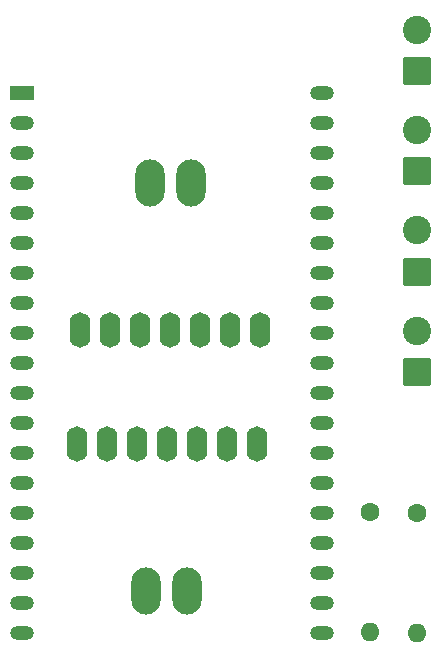
<source format=gbr>
%TF.GenerationSoftware,KiCad,Pcbnew,9.0.0*%
%TF.CreationDate,2025-03-25T17:14:42+01:00*%
%TF.ProjectId,ESP32_speaker_tiny,45535033-325f-4737-9065-616b65725f74,rev?*%
%TF.SameCoordinates,Original*%
%TF.FileFunction,Soldermask,Bot*%
%TF.FilePolarity,Negative*%
%FSLAX46Y46*%
G04 Gerber Fmt 4.6, Leading zero omitted, Abs format (unit mm)*
G04 Created by KiCad (PCBNEW 9.0.0) date 2025-03-25 17:14:42*
%MOMM*%
%LPD*%
G01*
G04 APERTURE LIST*
G04 Aperture macros list*
%AMRoundRect*
0 Rectangle with rounded corners*
0 $1 Rounding radius*
0 $2 $3 $4 $5 $6 $7 $8 $9 X,Y pos of 4 corners*
0 Add a 4 corners polygon primitive as box body*
4,1,4,$2,$3,$4,$5,$6,$7,$8,$9,$2,$3,0*
0 Add four circle primitives for the rounded corners*
1,1,$1+$1,$2,$3*
1,1,$1+$1,$4,$5*
1,1,$1+$1,$6,$7*
1,1,$1+$1,$8,$9*
0 Add four rect primitives between the rounded corners*
20,1,$1+$1,$2,$3,$4,$5,0*
20,1,$1+$1,$4,$5,$6,$7,0*
20,1,$1+$1,$6,$7,$8,$9,0*
20,1,$1+$1,$8,$9,$2,$3,0*%
G04 Aperture macros list end*
%ADD10RoundRect,0.250001X0.949999X-0.949999X0.949999X0.949999X-0.949999X0.949999X-0.949999X-0.949999X0*%
%ADD11C,2.400000*%
%ADD12C,1.600000*%
%ADD13O,1.600000X1.600000*%
%ADD14R,2.000000X1.200000*%
%ADD15O,2.000000X1.200000*%
%ADD16O,1.750000X3.000000*%
%ADD17O,2.500000X4.000000*%
G04 APERTURE END LIST*
D10*
%TO.C,SPEAKER_R*%
X60000000Y-22000000D03*
D11*
X60000000Y-18500000D03*
%TD*%
D10*
%TO.C,+ -*%
X60000000Y-47500000D03*
D11*
X60000000Y-44000000D03*
%TD*%
D12*
%TO.C,GAIN_L1*%
X60000000Y-59420000D03*
D13*
X60000000Y-69580000D03*
%TD*%
D10*
%TO.C,PWR_SWITCH*%
X60000000Y-39000000D03*
D11*
X60000000Y-35500000D03*
%TD*%
D14*
%TO.C,U1*%
X26600000Y-23900000D03*
D15*
X26600000Y-26440000D03*
X26600000Y-28980000D03*
X26600000Y-31520000D03*
X26600000Y-34060000D03*
X26600000Y-36600000D03*
X26600000Y-39140000D03*
X26600000Y-41680000D03*
X26600000Y-44220000D03*
X26600000Y-46760000D03*
X26600000Y-49300000D03*
X26600000Y-51840000D03*
X26600000Y-54380000D03*
X26600000Y-56920000D03*
X26600000Y-59460000D03*
X26600000Y-62000000D03*
X26600000Y-64540000D03*
X26600000Y-67080000D03*
X26600000Y-69620000D03*
X51996320Y-69617280D03*
X51996320Y-67077280D03*
X52000000Y-64540000D03*
X52000000Y-62000000D03*
X52000000Y-59460000D03*
X52000000Y-56920000D03*
X52000000Y-54380000D03*
X52000000Y-51840000D03*
X52000000Y-49300000D03*
X52000000Y-46760000D03*
X52000000Y-44220000D03*
X52000000Y-41680000D03*
X52000000Y-39140000D03*
X52000000Y-36600000D03*
X52000000Y-34060000D03*
X52000000Y-31520000D03*
X52000000Y-28980000D03*
X52000000Y-26440000D03*
X52000000Y-23900000D03*
%TD*%
D12*
%TO.C,GAIN_R1*%
X56000000Y-59340000D03*
D13*
X56000000Y-69500000D03*
%TD*%
D10*
%TO.C,SPEAKER_L*%
X60000000Y-30500000D03*
D11*
X60000000Y-27000000D03*
%TD*%
D16*
%TO.C,AMP_R1*%
X31500000Y-43907000D03*
X34040000Y-43907000D03*
X36580000Y-43907000D03*
X39120000Y-43907000D03*
X41660000Y-43907000D03*
X44200000Y-43907000D03*
X46740000Y-43907000D03*
D17*
X40920000Y-31453000D03*
X37420000Y-31453000D03*
%TD*%
D16*
%TO.C,AMP_L1*%
X46500000Y-53593000D03*
X43960000Y-53593000D03*
X41420000Y-53593000D03*
X38880000Y-53593000D03*
X36340000Y-53593000D03*
X33800000Y-53593000D03*
X31260000Y-53593000D03*
D17*
X37080000Y-66047000D03*
X40580000Y-66047000D03*
%TD*%
M02*

</source>
